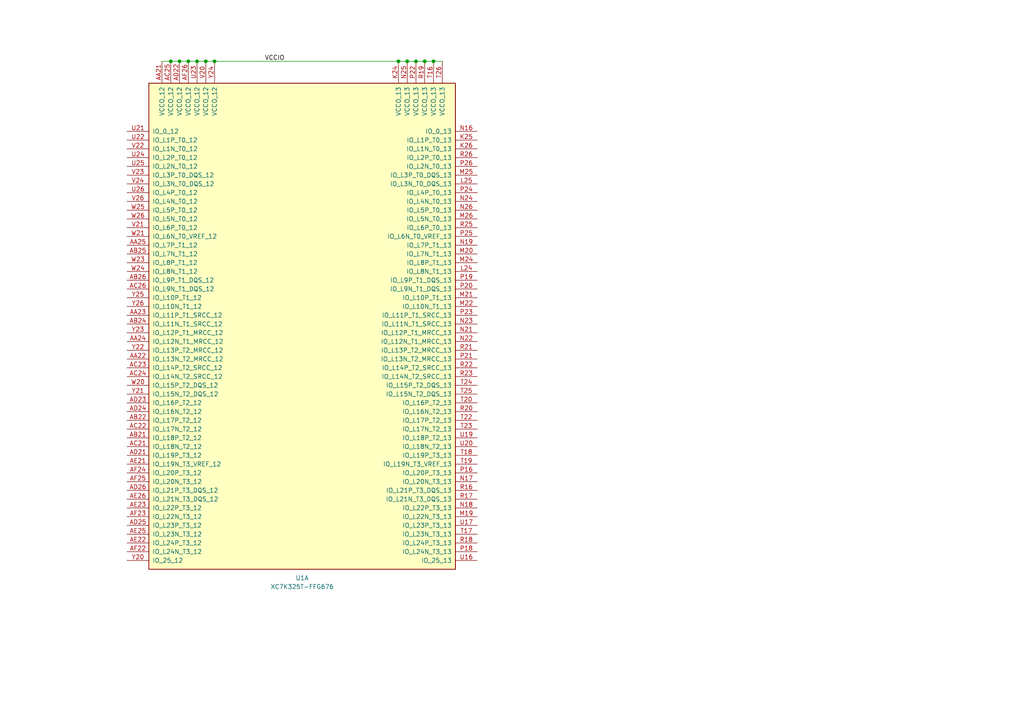
<source format=kicad_sch>
(kicad_sch (version 20231120) (generator "eeschema") (generator_version "8.0")
  (paper "A4")
  (junction (at 54.61 17.78))
  (junction (at 120.65 17.78))
  (junction (at 57.15 17.78))
  (junction (at 123.19 17.78))
  (junction (at 62.23 17.78))
  (junction (at 49.53 17.78))
  (junction (at 59.69 17.78))
  (junction (at 115.57 17.78))
  (junction (at 125.73 17.78))
  (junction (at 52.07 17.78))
  (junction (at 118.11 17.78))
  (wire (pts (xy 62.23 17.78) (xy 115.57 17.78)))
  (wire (pts (xy 120.65 17.78) (xy 123.19 17.78)))
  (wire (pts (xy 118.11 17.78) (xy 120.65 17.78)))
  (wire (pts (xy 125.73 17.78) (xy 128.27 17.78)))
  (wire (pts (xy 49.53 17.78) (xy 52.07 17.78)))
  (wire (pts (xy 52.07 17.78) (xy 54.61 17.78)))
  (wire (pts (xy 46.99 17.78) (xy 49.53 17.78)))
  (wire (pts (xy 57.15 17.78) (xy 59.69 17.78)))
  (wire (pts (xy 59.69 17.78) (xy 62.23 17.78)))
  (wire (pts (xy 115.57 17.78) (xy 118.11 17.78)))
  (wire (pts (xy 123.19 17.78) (xy 125.73 17.78)))
  (wire (pts (xy 54.61 17.78) (xy 57.15 17.78)))
  (label "VCCIO" (at 82.55 17.78 180))
  (symbol (lib_id "FPGA_Xilinx_Kintex7:XC7K325T-FFG676") (at 87.63 91.44 0) (unit 1)
    (property "Reference" "U1" (at 87.63 167.64 0))
    (property "Value" "XC7K325T-FFG676" (at 87.63 170.18 0))
    (property "Footprint" "Package_BGA:Xilinx_FFG676" (effects (hide yes)))
  )
)
</source>
